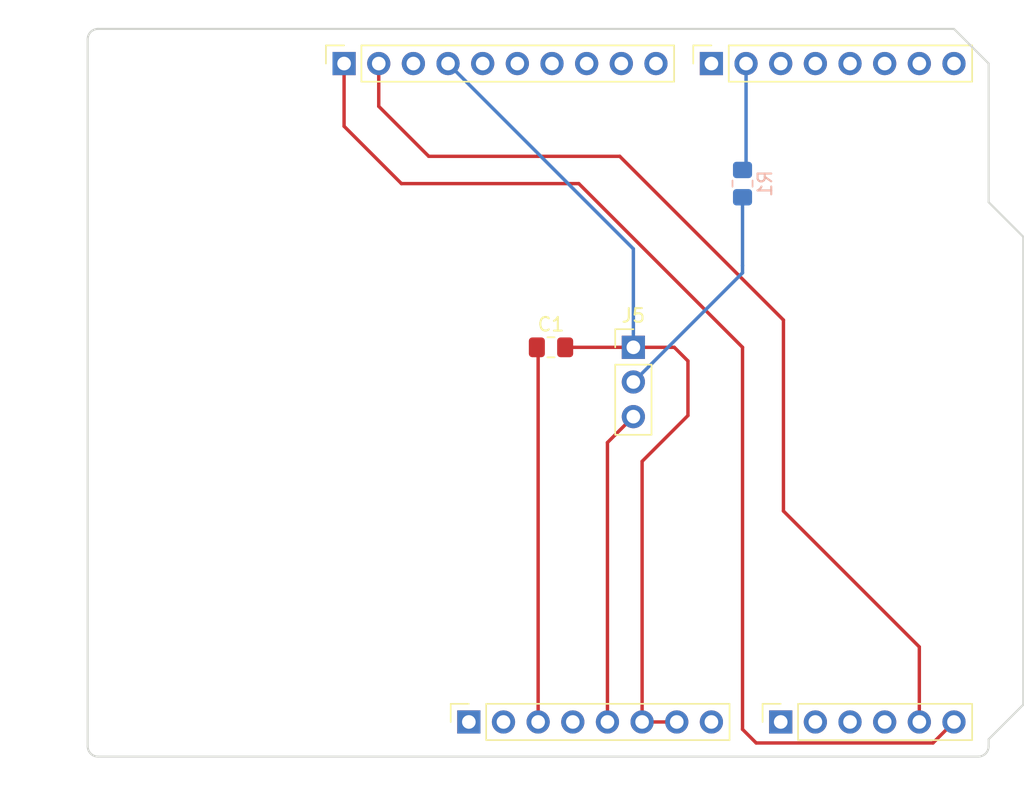
<source format=kicad_pcb>
(kicad_pcb (version 20211014) (generator pcbnew)
  (title_block (date "mar. 31 mars 2015"))
  (layers (0 "F.Cu" signal) (31 "B.Cu" signal) (34 "B.Paste" user) (35 "F.Paste" user) (36 "B.SilkS" user "B.Silkscreen") (37 "F.SilkS" user "F.Silkscreen") (38 "B.Mask" user) (39 "F.Mask" user) (44 "Edge.Cuts" user))
  (net 0 "")
  (net 1 "GND")
  (net 3 "+5V")
  (net 4 "/IOREF")
  (net 5 "/A0")
  (net 6 "/A1")
  (net 7 "/A2")
  (net 8 "/A3")
  (net 9 "/SDA{slash}A4")
  (net 10 "/SCL{slash}A5")
  (net 11 "/13")
  (net 12 "/12")
  (net 13 "/AREF")
  (net 14 "/8")
  (net 15 "/7")
  (net 16 "/*11")
  (net 17 "/*10")
  (net 18 "/*9")
  (net 19 "/4")
  (net 20 "/2")
  (net 21 "/*6")
  (net 22 "/*5")
  (net 23 "/TX{slash}1")
  (net 24 "/*3")
  (net 25 "/RX{slash}0")
  (net 26 "+3V3")
  (net 27 "VCC")
  (net 28 "/~{RESET}")
  (net 29 "Net-(J5-Pad2)")
  (footprint "Connector_PinSocket_2.54mm:PinSocket_1x08_P2.54mm_Vertical" (layer "F.Cu") (at 127.94 97.46 90)
    (fp_text reference "J1" hide)
    (fp_text value "Power")
    (fp_line (start -1.33 19.11) (end 1.33 19.11) (layer "F.SilkS") (width 0.12))
    (fp_line (start 1.33 1.27) (end 1.33 19.11) (layer "F.SilkS") (width 0.12))
    (fp_line (start -1.33 1.27) (end 1.33 1.27) (layer "F.SilkS") (width 0.12))
    (fp_line (start 0 -1.33) (end 1.33 -1.33) (layer "F.SilkS") (width 0.12))
    (fp_line (start 1.33 -1.33) (end 1.33 0) (layer "F.SilkS") (width 0.12))
    (fp_line (start -1.33 1.27) (end -1.33 19.11) (layer "F.SilkS") (width 0.12))
    (pad "1" thru_hole rect locked (at 0 0 90) (size 1.7 1.7) (drill 1) (layers *.Cu *.Mask))
    (pad "2" thru_hole oval locked (at 0 2.54 90) (size 1.7 1.7) (drill 1) (layers *.Cu *.Mask) (net 4 "/IOREF"))
    (pad "3" thru_hole oval locked (at 0 5.08 90) (size 1.7 1.7) (drill 1) (layers *.Cu *.Mask) (net 28 "/~{RESET}"))
    (pad "4" thru_hole oval locked (at 0 7.62 90) (size 1.7 1.7) (drill 1) (layers *.Cu *.Mask) (net 26 "+3V3"))
    (pad "5" thru_hole oval locked (at 0 10.16 90) (size 1.7 1.7) (drill 1) (layers *.Cu *.Mask) (net 3 "+5V"))
    (pad "6" thru_hole oval locked (at 0 12.7 90) (size 1.7 1.7) (drill 1) (layers *.Cu *.Mask) (net 1 "GND"))
    (pad "7" thru_hole oval locked (at 0 15.24 90) (size 1.7 1.7) (drill 1) (layers *.Cu *.Mask) (net 1 "GND"))
    (pad "8" thru_hole oval locked (at 0 17.78 90) (size 1.7 1.7) (drill 1) (layers *.Cu *.Mask) (net 27 "VCC"))
  )
  (footprint "Connector_PinSocket_2.54mm:PinSocket_1x06_P2.54mm_Vertical" (layer "F.Cu") (at 150.8 97.46 90)
    (fp_text reference "J3" hide)
    (fp_text value "Analog")
    (fp_line (start 1.33 1.27) (end 1.33 14.03) (layer "F.SilkS") (width 0.12))
    (fp_line (start 0 -1.33) (end 1.33 -1.33) (layer "F.SilkS") (width 0.12))
    (fp_line (start -1.33 1.27) (end 1.33 1.27) (layer "F.SilkS") (width 0.12))
    (fp_line (start -1.33 1.27) (end -1.33 14.03) (layer "F.SilkS") (width 0.12))
    (fp_line (start -1.33 14.03) (end 1.33 14.03) (layer "F.SilkS") (width 0.12))
    (fp_line (start 1.33 -1.33) (end 1.33 0) (layer "F.SilkS") (width 0.12))
    (pad "1" thru_hole rect locked (at 0 0 90) (size 1.7 1.7) (drill 1) (layers *.Cu *.Mask) (net 5 "/A0"))
    (pad "2" thru_hole oval locked (at 0 2.54 90) (size 1.7 1.7) (drill 1) (layers *.Cu *.Mask) (net 6 "/A1"))
    (pad "3" thru_hole oval locked (at 0 5.08 90) (size 1.7 1.7) (drill 1) (layers *.Cu *.Mask) (net 7 "/A2"))
    (pad "4" thru_hole oval locked (at 0 7.62 90) (size 1.7 1.7) (drill 1) (layers *.Cu *.Mask) (net 8 "/A3"))
    (pad "5" thru_hole oval locked (at 0 10.16 90) (size 1.7 1.7) (drill 1) (layers *.Cu *.Mask) (net 9 "/SDA{slash}A4"))
    (pad "6" thru_hole oval locked (at 0 12.7 90) (size 1.7 1.7) (drill 1) (layers *.Cu *.Mask) (net 10 "/SCL{slash}A5"))
  )
  (footprint "Connector_PinSocket_2.54mm:PinSocket_1x10_P2.54mm_Vertical" (layer "F.Cu") (at 118.796 49.2 90)
    (fp_text reference "J2" hide)
    (fp_text value "Digital/PWM")
    (fp_line (start -1.33 24.19) (end 1.33 24.19) (layer "F.SilkS") (width 0.12))
    (fp_line (start -1.33 1.27) (end -1.33 24.19) (layer "F.SilkS") (width 0.12))
    (fp_line (start 1.33 -1.33) (end 1.33 0) (layer "F.SilkS") (width 0.12))
    (fp_line (start 0 -1.33) (end 1.33 -1.33) (layer "F.SilkS") (width 0.12))
    (fp_line (start 1.33 1.27) (end 1.33 24.19) (layer "F.SilkS") (width 0.12))
    (fp_line (start -1.33 1.27) (end 1.33 1.27) (layer "F.SilkS") (width 0.12))
    (pad "1" thru_hole rect locked (at 0 0 90) (size 1.7 1.7) (drill 1) (layers *.Cu *.Mask) (net 10 "/SCL{slash}A5"))
    (pad "2" thru_hole oval locked (at 0 2.54 90) (size 1.7 1.7) (drill 1) (layers *.Cu *.Mask) (net 9 "/SDA{slash}A4"))
    (pad "3" thru_hole oval locked (at 0 5.08 90) (size 1.7 1.7) (drill 1) (layers *.Cu *.Mask) (net 13 "/AREF"))
    (pad "4" thru_hole oval locked (at 0 7.62 90) (size 1.7 1.7) (drill 1) (layers *.Cu *.Mask) (net 1 "GND"))
    (pad "5" thru_hole oval locked (at 0 10.16 90) (size 1.7 1.7) (drill 1) (layers *.Cu *.Mask) (net 11 "/13"))
    (pad "6" thru_hole oval locked (at 0 12.7 90) (size 1.7 1.7) (drill 1) (layers *.Cu *.Mask) (net 12 "/12"))
    (pad "7" thru_hole oval locked (at 0 15.24 90) (size 1.7 1.7) (drill 1) (layers *.Cu *.Mask) (net 16 "/*11"))
    (pad "8" thru_hole oval locked (at 0 17.78 90) (size 1.7 1.7) (drill 1) (layers *.Cu *.Mask) (net 17 "/*10"))
    (pad "9" thru_hole oval locked (at 0 20.32 90) (size 1.7 1.7) (drill 1) (layers *.Cu *.Mask) (net 18 "/*9"))
    (pad "10" thru_hole oval locked (at 0 22.86 90) (size 1.7 1.7) (drill 1) (layers *.Cu *.Mask) (net 14 "/8"))
  )
  (footprint "Connector_PinSocket_2.54mm:PinSocket_1x08_P2.54mm_Vertical" (layer "F.Cu") (at 145.72 49.2 90)
    (fp_text reference "J4" hide)
    (fp_text value "Digital/PWM")
    (fp_line (start -1.33 19.11) (end 1.33 19.11) (layer "F.SilkS") (width 0.12))
    (fp_line (start -1.33 1.27) (end -1.33 19.11) (layer "F.SilkS") (width 0.12))
    (fp_line (start 0 -1.33) (end 1.33 -1.33) (layer "F.SilkS") (width 0.12))
    (fp_line (start -1.33 1.27) (end 1.33 1.27) (layer "F.SilkS") (width 0.12))
    (fp_line (start 1.33 -1.33) (end 1.33 0) (layer "F.SilkS") (width 0.12))
    (fp_line (start 1.33 1.27) (end 1.33 19.11) (layer "F.SilkS") (width 0.12))
    (pad "1" thru_hole rect locked (at 0 0 90) (size 1.7 1.7) (drill 1) (layers *.Cu *.Mask) (net 15 "/7"))
    (pad "2" thru_hole oval locked (at 0 2.54 90) (size 1.7 1.7) (drill 1) (layers *.Cu *.Mask) (net 21 "/*6"))
    (pad "3" thru_hole oval locked (at 0 5.08 90) (size 1.7 1.7) (drill 1) (layers *.Cu *.Mask) (net 22 "/*5"))
    (pad "4" thru_hole oval locked (at 0 7.62 90) (size 1.7 1.7) (drill 1) (layers *.Cu *.Mask) (net 19 "/4"))
    (pad "5" thru_hole oval locked (at 0 10.16 90) (size 1.7 1.7) (drill 1) (layers *.Cu *.Mask) (net 24 "/*3"))
    (pad "6" thru_hole oval locked (at 0 12.7 90) (size 1.7 1.7) (drill 1) (layers *.Cu *.Mask) (net 20 "/2"))
    (pad "7" thru_hole oval locked (at 0 15.24 90) (size 1.7 1.7) (drill 1) (layers *.Cu *.Mask) (net 23 "/TX{slash}1"))
    (pad "8" thru_hole oval locked (at 0 17.78 90) (size 1.7 1.7) (drill 1) (layers *.Cu *.Mask) (net 25 "/RX{slash}0"))
  )
  (footprint "Arduino_MountingHole:MountingHole_3.2mm" (layer "F.Cu") (at 115.24 49.2)
    (fp_text reference "MH1" hide)
    (fp_text value "MountingHole_3.2mm" hide)
    (pad "" np_thru_hole circle locked (at 0 0) (size 3.2 3.2) (drill 3.2) (layers *.Cu *.Mask))
  )
  (footprint "Capacitor_SMD:C_0805_2012Metric_Pad1.18x1.45mm_HandSolder" (layer "F.Cu") (at 133.9625 70)
    (fp_text reference "C1" (at 0 -1.68) (layer "F.SilkS"))
    (fp_text value "10uF")
    (fp_line (start -0.261252 0.735) (end 0.261252 0.735) (layer "F.SilkS") (width 0.12))
    (fp_line (start -0.261252 -0.735) (end 0.261252 -0.735) (layer "F.SilkS") (width 0.12))
    (pad "1" smd roundrect (at -1.0375 0) (size 1.175 1.45) (layers "F.Cu" "F.Paste" "F.Mask") (roundrect_rratio 0.2127659574) (net 28 "/~{RESET}"))
    (pad "2" smd roundrect (at 1.0375 0) (size 1.175 1.45) (layers "F.Cu" "F.Paste" "F.Mask") (roundrect_rratio 0.2127659574) (net 1 "GND"))
  )
  (footprint "Connector_PinHeader_2.54mm:PinHeader_1x03_P2.54mm_Vertical" (layer "F.Cu") (at 140 70)
    (fp_text reference "J5" (at 0 -2.33) (layer "F.SilkS"))
    (fp_text value "UPDI")
    (fp_line (start -1.33 1.27) (end 1.33 1.27) (layer "F.SilkS") (width 0.12))
    (fp_line (start -1.33 6.41) (end 1.33 6.41) (layer "F.SilkS") (width 0.12))
    (fp_line (start -1.33 -1.33) (end 0 -1.33) (layer "F.SilkS") (width 0.12))
    (fp_line (start -1.33 1.27) (end -1.33 6.41) (layer "F.SilkS") (width 0.12))
    (fp_line (start -1.33 0) (end -1.33 -1.33) (layer "F.SilkS") (width 0.12))
    (fp_line (start 1.33 1.27) (end 1.33 6.41) (layer "F.SilkS") (width 0.12))
    (pad "1" thru_hole rect (at 0 0) (size 1.7 1.7) (drill 1) (layers *.Cu *.Mask) (net 1 "GND"))
    (pad "2" thru_hole oval (at 0 2.54) (size 1.7 1.7) (drill 1) (layers *.Cu *.Mask) (net 29 "Net-(J5-Pad2)"))
    (pad "3" thru_hole oval (at 0 5.08) (size 1.7 1.7) (drill 1) (layers *.Cu *.Mask) (net 3 "+5V"))
  )
  (footprint "Arduino_MountingHole:MountingHole_3.2mm" (layer "F.Cu") (at 113.97 97.46)
    (fp_text reference "MH2" hide)
    (fp_text value "MountingHole_3.2mm" hide)
    (pad "" np_thru_hole circle locked (at 0 0) (size 3.2 3.2) (drill 3.2) (layers *.Cu *.Mask))
  )
  (footprint "Arduino_MountingHole:MountingHole_3.2mm" (layer "F.Cu") (at 166.04 64.44)
    (fp_text reference "MH3" hide)
    (fp_text value "MountingHole_3.2mm" hide)
    (pad "" np_thru_hole circle locked (at 0 0) (size 3.2 3.2) (drill 3.2) (layers *.Cu *.Mask))
  )
  (footprint "Arduino_MountingHole:MountingHole_3.2mm" (layer "F.Cu") (at 166.04 92.38)
    (fp_text reference "MH4" hide)
    (fp_text value "MountingHole_3.2mm" hide)
    (pad "" np_thru_hole circle locked (at 0 0) (size 3.2 3.2) (drill 3.2) (layers *.Cu *.Mask))
  )
  (footprint "Resistor_SMD:R_0805_2012Metric_Pad1.20x1.40mm_HandSolder" (layer "B.Cu") (at 148 58 90)
    (fp_text reference "R1" (at 0 1.65 90) (layer "B.SilkS") (effects (justify mirror)))
    (fp_text value "4.7ohm")
    (fp_line (start -0.227064 -0.735) (end 0.227064 -0.735) (layer "B.SilkS") (width 0.12))
    (fp_line (start -0.227064 0.735) (end 0.227064 0.735) (layer "B.SilkS") (width 0.12))
    (pad "1" smd roundrect (at -1 0 90) (size 1.2 1.4) (layers "B.Cu" "B.Paste" "B.Mask") (roundrect_rratio 0.2083333333) (net 29 "Net-(J5-Pad2)"))
    (pad "2" smd roundrect (at 1 0 90) (size 1.2 1.4) (layers "B.Cu" "B.Paste" "B.Mask") (roundrect_rratio 0.2083333333) (net 21 "/*6"))
  )
  (gr_line (start 166.04 59.36) (end 168.58 61.9) (layer "Edge.Cuts") (width 0.15))
  (gr_line (start 100 99.238) (end 100 47.422) (layer "Edge.Cuts") (width 0.15))
  (gr_line (start 168.58 61.9) (end 168.58 96.19) (layer "Edge.Cuts") (width 0.15))
  (gr_line (start 165.278 100) (end 100.762 100) (layer "Edge.Cuts") (width 0.15))
  (gr_line (start 100.762 46.66) (end 163.5 46.66) (layer "Edge.Cuts") (width 0.15))
  (gr_arc (start 100.762 100) (mid 100.223185 99.776815) (end 100 99.238) (layer "Edge.Cuts") (width 0.15))
  (gr_line (start 168.58 96.19) (end 166.04 98.73) (layer "Edge.Cuts") (width 0.15))
  (gr_line (start 163.5 46.66) (end 166.04 49.2) (layer "Edge.Cuts") (width 0.15))
  (gr_arc (start 166.04 99.238) (mid 165.816815 99.776815) (end 165.278 100) (layer "Edge.Cuts") (width 0.15))
  (gr_line (start 166.04 49.2) (end 166.04 59.36) (layer "Edge.Cuts") (width 0.15))
  (gr_line (start 166.04 98.73) (end 166.04 99.238) (layer "Edge.Cuts") (width 0.15))
  (gr_arc (start 100 47.422) (mid 100.223185 46.883185) (end 100.762 46.66) (layer "Edge.Cuts") (width 0.15))
  (segment (start 144 75) (end 144 71) (width 0.25) (layer "F.Cu") (net 1))
  (segment (start 143 70) (end 140 70) (width 0.25) (layer "F.Cu") (net 1))
  (segment (start 140 70) (end 135 70) (width 0.25) (layer "F.Cu") (net 1))
  (segment (start 144 71) (end 143 70) (width 0.25) (layer "F.Cu") (net 1))
  (segment (start 140.64 78.36) (end 144 75) (width 0.25) (layer "F.Cu") (net 1))
  (segment (start 143.18 97.46) (end 140.64 97.46) (width 0.25) (layer "F.Cu") (net 1))
  (segment (start 140.64 97.46) (end 140.64 78.36) (width 0.25) (layer "F.Cu") (net 1))
  (segment (start 140 70) (end 140 62.784) (width 0.25) (layer "B.Cu") (net 1))
  (segment (start 140 62.784) (end 126.416 49.2) (width 0.25) (layer "B.Cu") (net 1))
  (segment (start 138.1 76.98) (end 140 75.08) (width 0.25) (layer "F.Cu") (net 3))
  (segment (start 138.1 97.46) (end 138.1 76.98) (width 0.25) (layer "F.Cu") (net 3))
  (segment (start 160.96 97.46) (end 160.96 91.96) (width 0.25) (layer "F.Cu") (net 9))
  (segment (start 151 82) (end 151 68) (width 0.25) (layer "F.Cu") (net 9))
  (segment (start 160.96 91.96) (end 151 82) (width 0.25) (layer "F.Cu") (net 9))
  (segment (start 139 56) (end 125 56) (width 0.25) (layer "F.Cu") (net 9))
  (segment (start 125 56) (end 121.336 52.336) (width 0.25) (layer "F.Cu") (net 9))
  (segment (start 151 68) (end 139 56) (width 0.25) (layer "F.Cu") (net 9))
  (segment (start 121.336 52.336) (end 121.336 49.2) (width 0.25) (layer "F.Cu") (net 9))
  (segment (start 123 58) (end 118.796 53.796) (width 0.25) (layer "F.Cu") (net 10))
  (segment (start 148 70) (end 136 58) (width 0.25) (layer "F.Cu") (net 10))
  (segment (start 163.5 97.46) (end 161.96 99) (width 0.25) (layer "F.Cu") (net 10))
  (segment (start 118.796 53.796) (end 118.796 49.2) (width 0.25) (layer "F.Cu") (net 10))
  (segment (start 161.96 99) (end 149 99) (width 0.25) (layer "F.Cu") (net 10))
  (segment (start 149 99) (end 148 98) (width 0.25) (layer "F.Cu") (net 10))
  (segment (start 136 58) (end 123 58) (width 0.25) (layer "F.Cu") (net 10))
  (segment (start 148 98) (end 148 70) (width 0.25) (layer "F.Cu") (net 10))
  (segment (start 148.26 56.74) (end 148 57) (width 0.25) (layer "B.Cu") (net 21))
  (segment (start 148.26 49.2) (end 148.26 56.74) (width 0.25) (layer "B.Cu") (net 21))
  (segment (start 133.02 70.095) (end 133.02 97.46) (width 0.25) (layer "F.Cu") (net 28))
  (segment (start 132.925 70) (end 133.02 70.095) (width 0.25) (layer "F.Cu") (net 28))
  (segment (start 148 64.54) (end 148 64) (width 0.25) (layer "B.Cu") (net 29))
  (segment (start 148 59) (end 148 64) (width 0.25) (layer "B.Cu") (net 29))
  (segment (start 140 72.54) (end 148 64.54) (width 0.25) (layer "B.Cu") (net 29))
)
</source>
